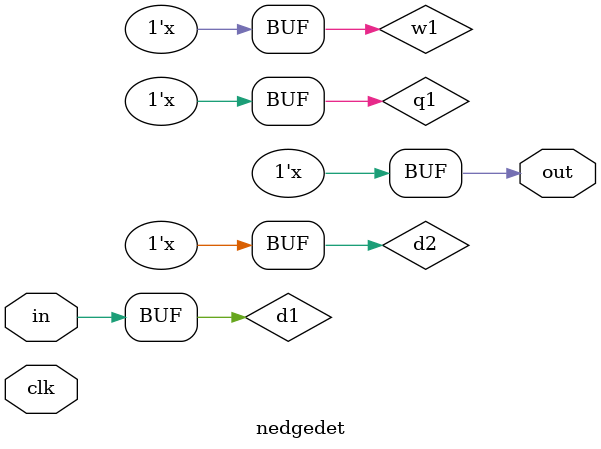
<source format=v>
`timescale 1ns / 1ps


module nedgedet(input in,clk,output out );
reg q0,q1,d2,w1,d1;
assign in=d1;
always@(clk)
begin
if (clk)
q0<=d1;
w1<=(~q0);
d2<=q0;
q1<=d2;
end

and a1(out,w1,q1);
endmodule


</source>
